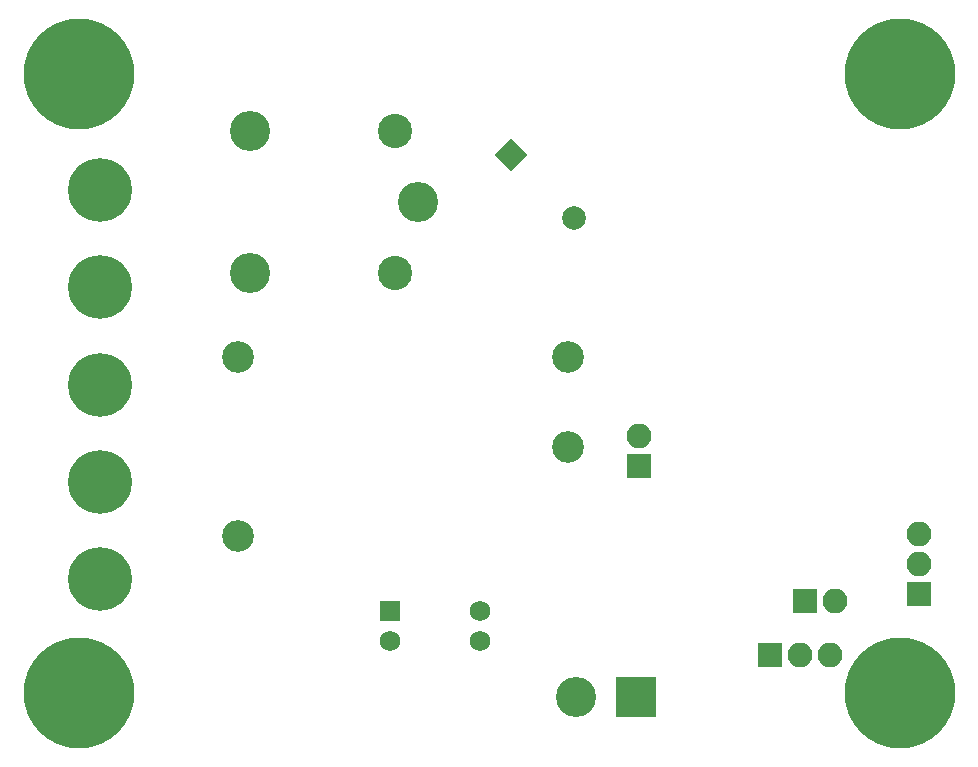
<source format=gbr>
G04 #@! TF.GenerationSoftware,KiCad,Pcbnew,no-vcs-found-c78a2ba~59~ubuntu16.10.1*
G04 #@! TF.CreationDate,2017-11-10T05:59:47+01:00*
G04 #@! TF.ProjectId,open_reflow,6F70656E5F7265666C6F772E6B696361,rev?*
G04 #@! TF.SameCoordinates,Original
G04 #@! TF.FileFunction,Soldermask,Bot*
G04 #@! TF.FilePolarity,Negative*
%FSLAX46Y46*%
G04 Gerber Fmt 4.6, Leading zero omitted, Abs format (unit mm)*
G04 Created by KiCad (PCBNEW no-vcs-found-c78a2ba~59~ubuntu16.10.1) date Fri Nov 10 05:59:47 2017*
%MOMM*%
%LPD*%
G01*
G04 APERTURE LIST*
%ADD10C,2.690000*%
%ADD11C,5.400000*%
%ADD12C,2.000000*%
%ADD13C,0.100000*%
%ADD14C,3.400000*%
%ADD15R,3.400000X3.400000*%
%ADD16R,2.100000X2.100000*%
%ADD17O,2.100000X2.100000*%
%ADD18R,1.750000X1.750000*%
%ADD19C,1.750000*%
%ADD20C,2.900000*%
%ADD21C,9.400000*%
G04 APERTURE END LIST*
D10*
X192782500Y-51605500D03*
X192782500Y-44005500D03*
X164782500Y-59205500D03*
X164782500Y-44005500D03*
D11*
X153098500Y-62855000D03*
X153098500Y-54605000D03*
X153098500Y-29855000D03*
X153098500Y-46355000D03*
X153098500Y-38105000D03*
D12*
X193294000Y-32258000D03*
X187919988Y-26883988D03*
D13*
G36*
X186505774Y-26883988D02*
X187919988Y-25469774D01*
X189334202Y-26883988D01*
X187919988Y-28298202D01*
X186505774Y-26883988D01*
X186505774Y-26883988D01*
G37*
D14*
X193421000Y-72834500D03*
D15*
X198501000Y-72834500D03*
D16*
X198755000Y-53213000D03*
D17*
X198755000Y-50673000D03*
D16*
X209867500Y-69215000D03*
D17*
X212407500Y-69215000D03*
X214947500Y-69215000D03*
X222504000Y-58991500D03*
X222504000Y-61531500D03*
D16*
X222504000Y-64071500D03*
D17*
X215392000Y-64643000D03*
D16*
X212852000Y-64643000D03*
D18*
X177673000Y-65532000D03*
D19*
X177673000Y-68072000D03*
X185293000Y-65532000D03*
X185293000Y-68072000D03*
D14*
X180012000Y-30942000D03*
D20*
X178062000Y-36892000D03*
D14*
X165812000Y-36942000D03*
X165862000Y-24892000D03*
D20*
X178062000Y-24892000D03*
D21*
X220827600Y-20066000D03*
X220827600Y-72491600D03*
X151333200Y-72491600D03*
X151333200Y-20066000D03*
M02*

</source>
